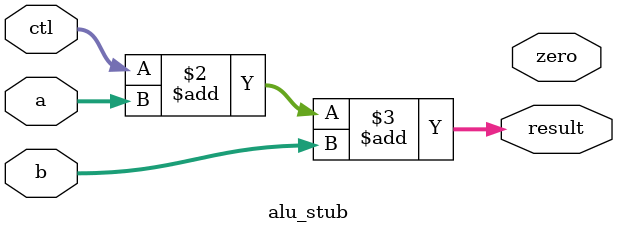
<source format=v>
module alu_stub(ctl, a, b, result, zero);
   // inputs are the source:
   // @annot{taint_source(ctl)}
   input [2:0]  ctl;
   input [31:0] a, b;

   // outputs are the sink:
   // @annot{taint_sink(result)} @annot{taint_sink(zero)}
   output [31:0] result;
   output        zero;

   reg [31:0]    result;
   reg           zero;

   always @(*) begin
      result = ctl + a + b;
   end
endmodule


</source>
